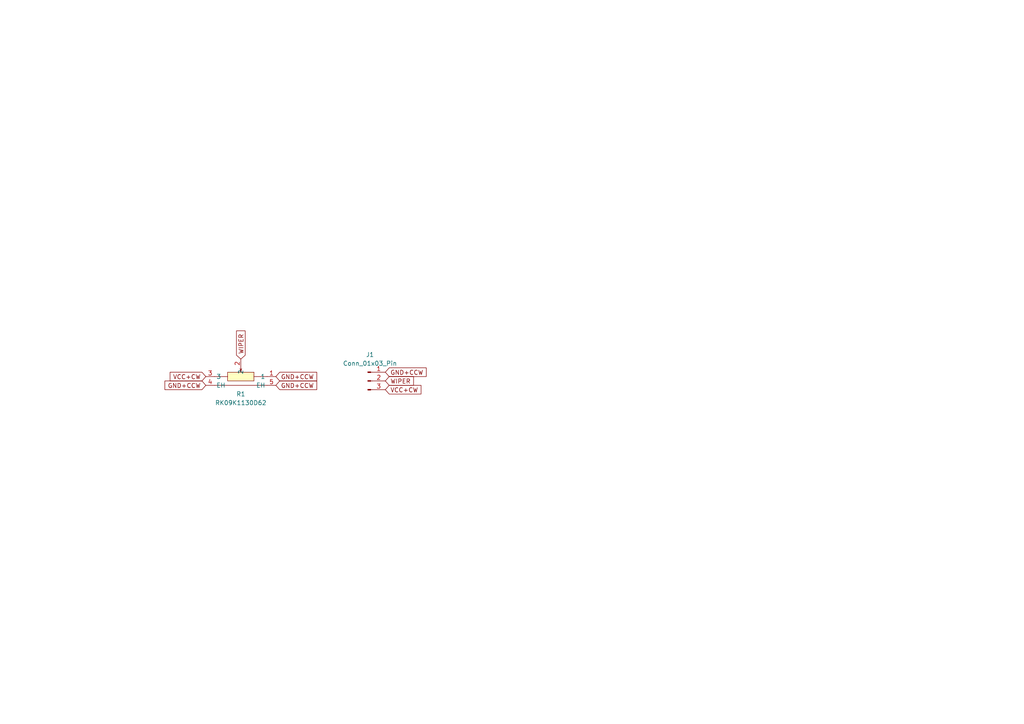
<source format=kicad_sch>
(kicad_sch (version 20250114) (generator "eeschema") (generator_version "9.0")
  (paper "A4")
  (title_block (title "Charge Potentiometer") (date "2026-02-20") (rev "Mk 0.1") (company "clectric.diy") (comment 1 "Copyright © 2026 clectric.diy Licensed under CERN-OHL-W v2") (comment 2 "Charles H. Leggett"))
  (lib_symbols
    (symbol "Connector:Conn_01x03_Pin" (pin_names (offset 1.016) (hide yes))
      (property "Reference" "J" (at 0 5.08 0))
      (property "Value" "Conn_01x03_Pin" (at 0 -5.08 0))
      (symbol "Conn_01x03_Pin_1_1"
        (rectangle (start 0.8636 2.667) (end 0 2.413) (stroke (width 0.1524)) (fill (type outline)))
        (rectangle (start 0.8636 0.127) (end 0 -0.127) (stroke (width 0.1524)) (fill (type outline)))
        (rectangle (start 0.8636 -2.413) (end 0 -2.667) (stroke (width 0.1524)) (fill (type outline)))
        (polyline (pts (xy 1.27 2.54) (xy 0.8636 2.54)) (stroke (width 0.1524)))
        (polyline (pts (xy 1.27 0) (xy 0.8636 0)) (stroke (width 0.1524)))
        (polyline (pts (xy 1.27 -2.54) (xy 0.8636 -2.54)) (stroke (width 0.1524)))
        (pin passive line (at 5.08 2.54 180) (length 3.81) (name "Pin_1") (number "1"))
        (pin passive line (at 5.08 0 180) (length 3.81) (name "Pin_2") (number "2"))
        (pin passive line (at 5.08 -2.54 180) (length 3.81) (name "Pin_3") (number "3"))
      )
    )
    (symbol "clectric-diy:RK09K1130A8G"
      (property "Reference" "R" (at 0 10.16 0))
      (property "Value" "RK09K1130A8G" (at 0 -7.62 0))
      (symbol "RK09K1130A8G_0_1"
        (polyline (pts (xy -7.62 -2.54) (xy 7.62 -2.54)))
        (rectangle (start -3.81 1.27) (end 3.81 -1.27) (fill (type background)))
        (polyline (pts (xy -3.81 0) (xy -7.62 0)))
        (polyline (pts (xy 0 2.54) (xy 0 2.54) (xy 0 1.27) (xy 0.25 2.29)))
        (polyline (pts (xy 0 1.27) (xy -0.25 2.29)))
        (polyline (pts (xy 3.81 0) (xy 7.62 0)))
        (pin unspecified line (at -10.16 0 0) (length 2.54) (name "3") (number "3"))
        (pin unspecified line (at -10.16 -2.54 0) (length 2.54) (name "EH") (number "4"))
        (pin unspecified line (at 0 5.08 270) (length 2.54) (name "2") (number "2"))
        (pin unspecified line (at 10.16 0 180) (length 2.54) (name "1") (number "1"))
        (pin unspecified line (at 10.16 -2.54 180) (length 2.54) (name "EH") (number "5"))
      )
    )
  )
  (global_label "WIPER" (shape input) (at 69.85 104.14 90) (property "Intersheetrefs" "${INTERSHEET_REFS}" (effects (hide yes))))
  (global_label "GND+CCW" (shape input) (at 111.76 107.95 0) (property "Intersheetrefs" "${INTERSHEET_REFS}" (effects (hide yes))))
  (global_label "GND+CCW" (shape input) (at 80.01 109.22 0) (property "Intersheetrefs" "${INTERSHEET_REFS}" (effects (hide yes))))
  (global_label "VCC+CW" (shape input) (at 111.76 113.03 0) (property "Intersheetrefs" "${INTERSHEET_REFS}" (effects (hide yes))))
  (global_label "GND+CCW" (shape input) (at 59.69 111.76 180) (property "Intersheetrefs" "${INTERSHEET_REFS}" (effects (hide yes))))
  (global_label "VCC+CW" (shape input) (at 59.69 109.22 180) (property "Intersheetrefs" "${INTERSHEET_REFS}" (effects (hide yes))))
  (global_label "GND+CCW" (shape input) (at 80.01 111.76 0) (property "Intersheetrefs" "${INTERSHEET_REFS}" (effects (hide yes))))
  (global_label "WIPER" (shape input) (at 111.76 110.49 0) (property "Intersheetrefs" "${INTERSHEET_REFS}" (effects (hide yes))))
  (symbol (lib_id "clectric-diy:RK09K1130A8G") (at 69.85 109.22 0) (unit 1)
    (property "Reference" "R1" (at 69.85 114.3 0))
    (property "Value" "RK09K1130D62" (at 69.85 116.84 0))
    (property "Footprint" "clectric-diy:RES-TH_RK09K113004U" (effects (hide yes)))
    (property "LCSC Part" "C470294" (effects (hide yes)))
  )
  (symbol (lib_id "Connector:Conn_01x03_Pin") (at 106.68 110.49 0) (unit 1)
    (property "Reference" "J1" (at 107.315 102.87 0))
    (property "Value" "Conn_01x03_Pin" (at 107.315 105.41 0))
    (property "Footprint" "clectric-diy:HDR-TH_3P-P2.54-V-M-1" (effects (hide yes)))
    (property "Description" "Generic connector, single row, 01x03, script generated" (effects (hide yes)))
  )
)
</source>
